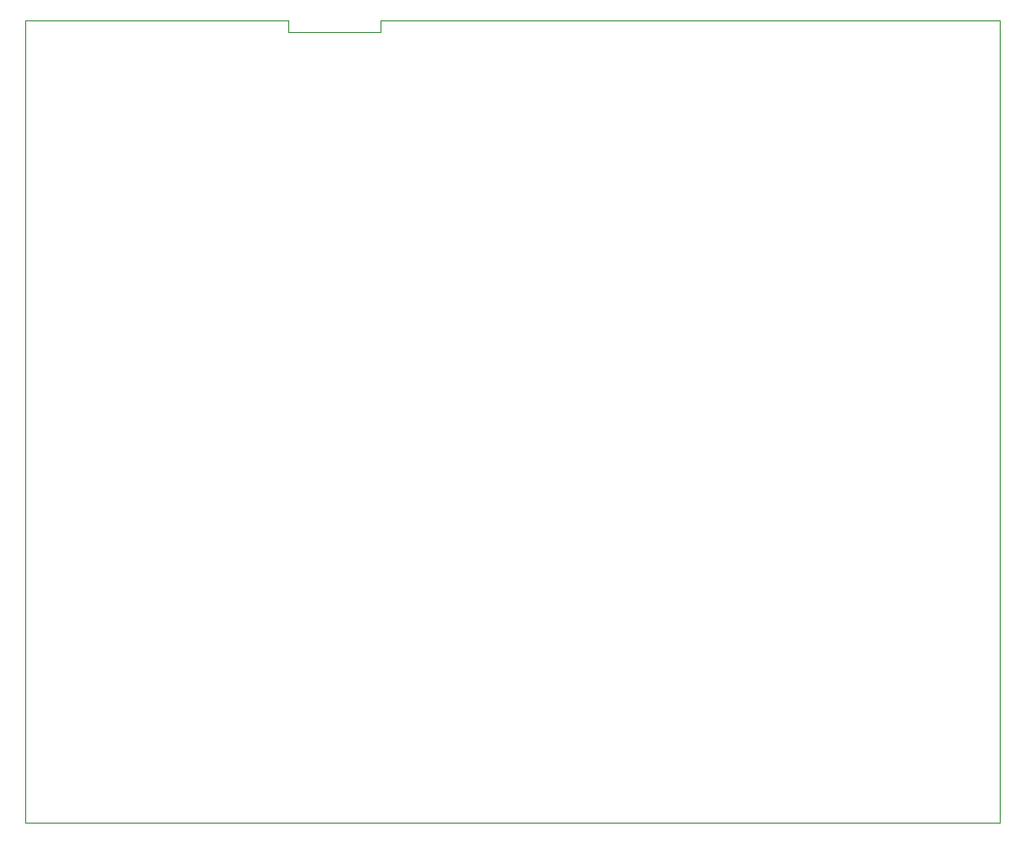
<source format=gbr>
%TF.GenerationSoftware,KiCad,Pcbnew,(6.99.0-1665-g4ee6cfe5b6)*%
%TF.CreationDate,2022-04-26T18:14:45+08:00*%
%TF.ProjectId,LightMeherGen2,4c696768-744d-4656-9865-7247656e322e,rev?*%
%TF.SameCoordinates,Original*%
%TF.FileFunction,Profile,NP*%
%FSLAX46Y46*%
G04 Gerber Fmt 4.6, Leading zero omitted, Abs format (unit mm)*
G04 Created by KiCad (PCBNEW (6.99.0-1665-g4ee6cfe5b6)) date 2022-04-26 18:14:45*
%MOMM*%
%LPD*%
G01*
G04 APERTURE LIST*
%TA.AperFunction,Profile*%
%ADD10C,0.100000*%
%TD*%
G04 APERTURE END LIST*
D10*
X131000000Y-61000000D02*
X131000000Y-60000000D01*
X100000000Y-60000000D02*
X123000000Y-60000000D01*
X185000000Y-60000000D02*
X185000000Y-130000000D01*
X100000000Y-130000000D02*
X100000000Y-60000000D01*
X185000000Y-130000000D02*
X100000000Y-130000000D01*
X131000000Y-60000000D02*
X185000000Y-60000000D01*
X123000000Y-60000000D02*
X123000000Y-61000000D01*
X123000000Y-61000000D02*
X131000000Y-61000000D01*
M02*

</source>
